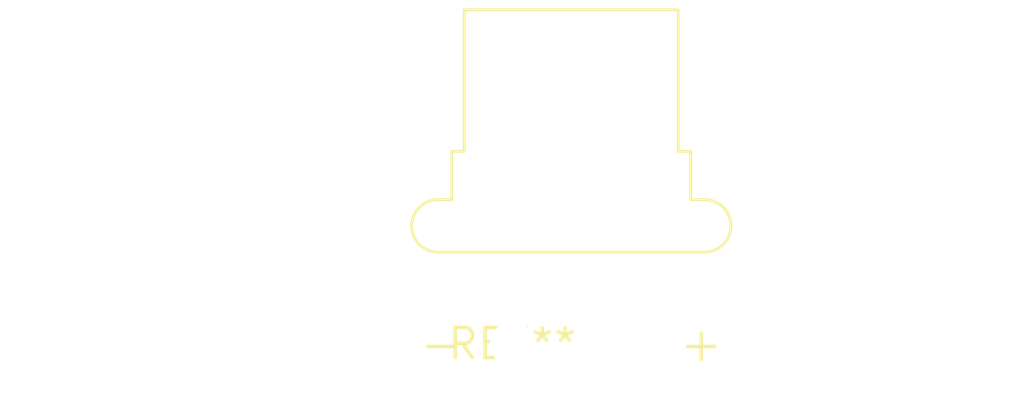
<source format=kicad_pcb>
(kicad_pcb (version 20240108) (generator pcbnew)
  (layers (0 "F.Cu" signal) (31 "B.Cu" signal) (34 "B.Paste" user) (35 "F.Paste" user) (36 "B.SilkS" user "B.Silkscreen") (37 "F.SilkS" user "F.Silkscreen") (38 "B.Mask" user) (39 "F.Mask" user) (44 "Edge.Cuts" user))
  (net 0 "")
  (footprint "AMASS_XT30PW-F_1x02_P2.50mm_Horizontal" (layer "F.Cu") (at 0 0)
    (property "Reference" "REF**")
    (property "Value" "AMASS_XT30PW-F_1x02_P2.50mm_Horizontal")
    (fp_line (start -3.26 -6.11) (end -2.56 -6.11) (layer "F.SilkS") (stroke (width 0.12)))
    (fp_line (start -3.26 -3.89) (end 8.26 -3.89) (layer "F.SilkS") (stroke (width 0.12)))
    (fp_line (start -2.56 -8.16) (end -2.56 -6.11) (layer "F.SilkS") (stroke (width 0.12)))
    (fp_line (start -2.56 -8.16) (end -2.03 -8.16) (layer "F.SilkS") (stroke (width 0.12)))
    (fp_line (start -2.03 -14.16) (end -2.03 -8.16) (layer "F.SilkS") (stroke (width 0.12)))
    (fp_line (start -2.03 -14.16) (end 7 -14.16) (layer "F.SilkS") (stroke (width 0.12)))
    (fp_line (start 7.03 -14.16) (end 7.03 -8.16) (layer "F.SilkS") (stroke (width 0.12)))
    (fp_line (start 7.03 -8.16) (end 7.56 -8.16) (layer "F.SilkS") (stroke (width 0.12)))
    (fp_line (start 7.56 -8.16) (end 7.56 -6.11) (layer "F.SilkS") (stroke (width 0.12)))
    (fp_line (start 7.56 -6.11) (end 8.26 -6.11) (layer "F.SilkS") (stroke (width 0.12)))
    (fp_arc (start -3.321729 -3.903365) (mid -4.256653 -5.086124) (end -3.15 -6.11) (layer "F.SilkS") (stroke (width 0.12)))
    (fp_arc (start 8.15 -6.11) (mid 9.26 -5) (end 8.15 -3.89) (layer "F.SilkS") (stroke (width 0.12)))
    (fp_text user "+" (at 8 0 0) (layer "F.SilkS") (effects (font (size 1.5 1.5))))
    (fp_text user "-" (at -3 0 0) (layer "F.SilkS") (effects (font (size 1.5 1.5))))
    (pad "" thru_hole circle (at -3 -5 90) (size 1.4 1.4) (drill 1) (layers *.Cu *.Mask) (remove_unused_layers))
    (pad "" thru_hole circle (at 8 -5) (size 1.4 1.4) (drill 1) (layers *.Cu *.Mask) (remove_unused_layers))
    (pad "1" thru_hole rect (at 0 0) (size 3.5 3.5) (drill 1.9) (layers *.Cu *.Mask) (remove_unused_layers))
    (pad "2" thru_hole circle (at 5 0) (size 3.5 3.5) (drill 1.9) (layers *.Cu *.Mask) (remove_unused_layers))
  )
)
</source>
